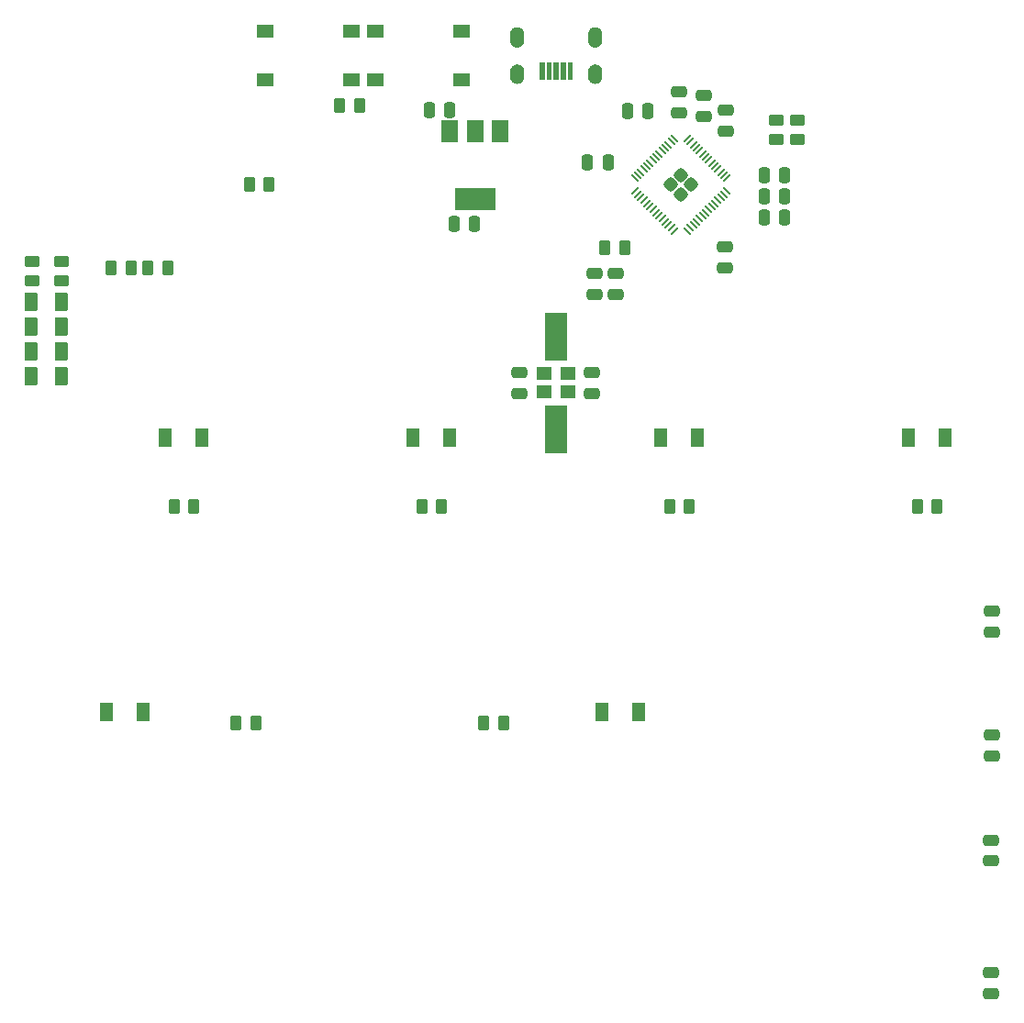
<source format=gbr>
%TF.GenerationSoftware,KiCad,Pcbnew,6.0.10+dfsg-2*%
%TF.CreationDate,2023-01-21T20:21:13+08:00*%
%TF.ProjectId,RKD,524b442e-6b69-4636-9164-5f7063625858,57*%
%TF.SameCoordinates,Original*%
%TF.FileFunction,Paste,Top*%
%TF.FilePolarity,Positive*%
%FSLAX46Y46*%
G04 Gerber Fmt 4.6, Leading zero omitted, Abs format (unit mm)*
G04 Created by KiCad (PCBNEW 6.0.10+dfsg-2) date 2023-01-21 20:21:13*
%MOMM*%
%LPD*%
G01*
G04 APERTURE LIST*
G04 Aperture macros list*
%AMRoundRect*
0 Rectangle with rounded corners*
0 $1 Rounding radius*
0 $2 $3 $4 $5 $6 $7 $8 $9 X,Y pos of 4 corners*
0 Add a 4 corners polygon primitive as box body*
4,1,4,$2,$3,$4,$5,$6,$7,$8,$9,$2,$3,0*
0 Add four circle primitives for the rounded corners*
1,1,$1+$1,$2,$3*
1,1,$1+$1,$4,$5*
1,1,$1+$1,$6,$7*
1,1,$1+$1,$8,$9*
0 Add four rect primitives between the rounded corners*
20,1,$1+$1,$2,$3,$4,$5,0*
20,1,$1+$1,$4,$5,$6,$7,0*
20,1,$1+$1,$6,$7,$8,$9,0*
20,1,$1+$1,$8,$9,$2,$3,0*%
G04 Aperture macros list end*
%ADD10C,0.120000*%
%ADD11R,1.200000X1.800000*%
%ADD12RoundRect,0.250000X0.250000X0.475000X-0.250000X0.475000X-0.250000X-0.475000X0.250000X-0.475000X0*%
%ADD13RoundRect,0.250000X-0.262500X-0.450000X0.262500X-0.450000X0.262500X0.450000X-0.262500X0.450000X0*%
%ADD14RoundRect,0.250000X-0.475000X0.250000X-0.475000X-0.250000X0.475000X-0.250000X0.475000X0.250000X0*%
%ADD15R,1.550000X1.300000*%
%ADD16RoundRect,0.250000X-0.450000X0.262500X-0.450000X-0.262500X0.450000X-0.262500X0.450000X0.262500X0*%
%ADD17RoundRect,0.250000X0.450000X-0.262500X0.450000X0.262500X-0.450000X0.262500X-0.450000X-0.262500X0*%
%ADD18RoundRect,0.250000X0.475000X-0.250000X0.475000X0.250000X-0.475000X0.250000X-0.475000X-0.250000X0*%
%ADD19R,0.400000X1.500000*%
%ADD20R,1.500000X2.000000*%
%ADD21R,3.800000X2.000000*%
%ADD22RoundRect,0.250000X-0.250000X-0.475000X0.250000X-0.475000X0.250000X0.475000X-0.250000X0.475000X0*%
%ADD23RoundRect,0.250000X0.375000X0.625000X-0.375000X0.625000X-0.375000X-0.625000X0.375000X-0.625000X0*%
%ADD24R,1.400000X1.200000*%
%ADD25R,2.000000X4.500000*%
%ADD26RoundRect,0.250000X0.262500X0.450000X-0.262500X0.450000X-0.262500X-0.450000X0.262500X-0.450000X0*%
%ADD27RoundRect,0.250000X-0.413257X0.000000X0.000000X-0.413257X0.413257X0.000000X0.000000X0.413257X0*%
%ADD28RoundRect,0.050000X-0.309359X0.238649X0.238649X-0.309359X0.309359X-0.238649X-0.238649X0.309359X0*%
%ADD29RoundRect,0.050000X-0.309359X-0.238649X-0.238649X-0.309359X0.309359X0.238649X0.238649X0.309359X0*%
G04 APERTURE END LIST*
%TO.C,J1*%
G36*
X53645000Y88509126D02*
G01*
X53675000Y88506126D01*
X53704000Y88502126D01*
X53734000Y88496126D01*
X53763000Y88489126D01*
X53791000Y88480126D01*
X53819000Y88470126D01*
X53847000Y88458126D01*
X53874000Y88445126D01*
X53900000Y88431126D01*
X53926000Y88415126D01*
X53950000Y88398126D01*
X53974000Y88380126D01*
X53997000Y88361126D01*
X54019000Y88341126D01*
X54040000Y88319126D01*
X54060000Y88297126D01*
X54096000Y88249126D01*
X54112000Y88224126D01*
X54127000Y88198126D01*
X54141000Y88171126D01*
X54153000Y88144126D01*
X54164000Y88116126D01*
X54173000Y88088126D01*
X54182000Y88059126D01*
X54188000Y88030126D01*
X54193000Y88001126D01*
X54197000Y87971126D01*
X54199000Y87941126D01*
X54200000Y87911126D01*
X54200000Y87411126D01*
X54199000Y87381126D01*
X54197000Y87351126D01*
X54193000Y87322126D01*
X54188000Y87292126D01*
X54182000Y87263126D01*
X54173000Y87234126D01*
X54164000Y87206126D01*
X54153000Y87178126D01*
X54141000Y87151126D01*
X54127000Y87124126D01*
X54112000Y87098126D01*
X54096000Y87073126D01*
X54060000Y87025126D01*
X54040000Y87003126D01*
X54019000Y86982126D01*
X53997000Y86961126D01*
X53974000Y86942126D01*
X53950000Y86924126D01*
X53926000Y86907126D01*
X53900000Y86891126D01*
X53874000Y86877126D01*
X53847000Y86864126D01*
X53791000Y86842126D01*
X53763000Y86834126D01*
X53734000Y86826126D01*
X53704000Y86820126D01*
X53675000Y86816126D01*
X53645000Y86813126D01*
X53615000Y86811126D01*
X53585000Y86811126D01*
X53555000Y86813126D01*
X53525000Y86816126D01*
X53496000Y86820126D01*
X53467000Y86826126D01*
X53409000Y86842126D01*
X53353000Y86864126D01*
X53326000Y86877126D01*
X53300000Y86891126D01*
X53275000Y86907126D01*
X53250000Y86924126D01*
X53226000Y86942126D01*
X53203000Y86961126D01*
X53181000Y86982126D01*
X53160000Y87003126D01*
X53140000Y87025126D01*
X53104000Y87073126D01*
X53088000Y87098126D01*
X53073000Y87124126D01*
X53059000Y87151126D01*
X53047000Y87178126D01*
X53036000Y87206126D01*
X53027000Y87234126D01*
X53019000Y87263126D01*
X53012000Y87292126D01*
X53007000Y87322126D01*
X53003000Y87351126D01*
X53001000Y87381126D01*
X53000000Y87411126D01*
X53000000Y87911126D01*
X53001000Y87941126D01*
X53003000Y87971126D01*
X53007000Y88001126D01*
X53012000Y88030126D01*
X53019000Y88059126D01*
X53027000Y88088126D01*
X53036000Y88116126D01*
X53047000Y88144126D01*
X53059000Y88171126D01*
X53073000Y88198126D01*
X53088000Y88224126D01*
X53104000Y88249126D01*
X53140000Y88297126D01*
X53160000Y88319126D01*
X53181000Y88341126D01*
X53203000Y88361126D01*
X53226000Y88380126D01*
X53250000Y88398126D01*
X53275000Y88415126D01*
X53300000Y88431126D01*
X53326000Y88445126D01*
X53353000Y88458126D01*
X53381000Y88470126D01*
X53409000Y88480126D01*
X53438000Y88489126D01*
X53467000Y88496126D01*
X53496000Y88502126D01*
X53525000Y88506126D01*
X53555000Y88509126D01*
X53585000Y88511126D01*
X53615000Y88511126D01*
X53645000Y88509126D01*
G37*
D10*
X53645000Y88509126D02*
X53675000Y88506126D01*
X53704000Y88502126D01*
X53734000Y88496126D01*
X53763000Y88489126D01*
X53791000Y88480126D01*
X53819000Y88470126D01*
X53847000Y88458126D01*
X53874000Y88445126D01*
X53900000Y88431126D01*
X53926000Y88415126D01*
X53950000Y88398126D01*
X53974000Y88380126D01*
X53997000Y88361126D01*
X54019000Y88341126D01*
X54040000Y88319126D01*
X54060000Y88297126D01*
X54096000Y88249126D01*
X54112000Y88224126D01*
X54127000Y88198126D01*
X54141000Y88171126D01*
X54153000Y88144126D01*
X54164000Y88116126D01*
X54173000Y88088126D01*
X54182000Y88059126D01*
X54188000Y88030126D01*
X54193000Y88001126D01*
X54197000Y87971126D01*
X54199000Y87941126D01*
X54200000Y87911126D01*
X54200000Y87411126D01*
X54199000Y87381126D01*
X54197000Y87351126D01*
X54193000Y87322126D01*
X54188000Y87292126D01*
X54182000Y87263126D01*
X54173000Y87234126D01*
X54164000Y87206126D01*
X54153000Y87178126D01*
X54141000Y87151126D01*
X54127000Y87124126D01*
X54112000Y87098126D01*
X54096000Y87073126D01*
X54060000Y87025126D01*
X54040000Y87003126D01*
X54019000Y86982126D01*
X53997000Y86961126D01*
X53974000Y86942126D01*
X53950000Y86924126D01*
X53926000Y86907126D01*
X53900000Y86891126D01*
X53874000Y86877126D01*
X53847000Y86864126D01*
X53791000Y86842126D01*
X53763000Y86834126D01*
X53734000Y86826126D01*
X53704000Y86820126D01*
X53675000Y86816126D01*
X53645000Y86813126D01*
X53615000Y86811126D01*
X53585000Y86811126D01*
X53555000Y86813126D01*
X53525000Y86816126D01*
X53496000Y86820126D01*
X53467000Y86826126D01*
X53409000Y86842126D01*
X53353000Y86864126D01*
X53326000Y86877126D01*
X53300000Y86891126D01*
X53275000Y86907126D01*
X53250000Y86924126D01*
X53226000Y86942126D01*
X53203000Y86961126D01*
X53181000Y86982126D01*
X53160000Y87003126D01*
X53140000Y87025126D01*
X53104000Y87073126D01*
X53088000Y87098126D01*
X53073000Y87124126D01*
X53059000Y87151126D01*
X53047000Y87178126D01*
X53036000Y87206126D01*
X53027000Y87234126D01*
X53019000Y87263126D01*
X53012000Y87292126D01*
X53007000Y87322126D01*
X53003000Y87351126D01*
X53001000Y87381126D01*
X53000000Y87411126D01*
X53000000Y87911126D01*
X53001000Y87941126D01*
X53003000Y87971126D01*
X53007000Y88001126D01*
X53012000Y88030126D01*
X53019000Y88059126D01*
X53027000Y88088126D01*
X53036000Y88116126D01*
X53047000Y88144126D01*
X53059000Y88171126D01*
X53073000Y88198126D01*
X53088000Y88224126D01*
X53104000Y88249126D01*
X53140000Y88297126D01*
X53160000Y88319126D01*
X53181000Y88341126D01*
X53203000Y88361126D01*
X53226000Y88380126D01*
X53250000Y88398126D01*
X53275000Y88415126D01*
X53300000Y88431126D01*
X53326000Y88445126D01*
X53353000Y88458126D01*
X53381000Y88470126D01*
X53409000Y88480126D01*
X53438000Y88489126D01*
X53467000Y88496126D01*
X53496000Y88502126D01*
X53525000Y88506126D01*
X53555000Y88509126D01*
X53585000Y88511126D01*
X53615000Y88511126D01*
X53645000Y88509126D01*
G36*
X46445000Y88509126D02*
G01*
X46475000Y88506126D01*
X46504000Y88502126D01*
X46533000Y88496126D01*
X46562000Y88489126D01*
X46591000Y88480126D01*
X46619000Y88470126D01*
X46647000Y88458126D01*
X46674000Y88445126D01*
X46700000Y88431126D01*
X46725000Y88415126D01*
X46750000Y88398126D01*
X46774000Y88380126D01*
X46797000Y88361126D01*
X46819000Y88341126D01*
X46840000Y88319126D01*
X46860000Y88297126D01*
X46896000Y88249126D01*
X46912000Y88224126D01*
X46927000Y88198126D01*
X46941000Y88171126D01*
X46953000Y88144126D01*
X46964000Y88116126D01*
X46973000Y88088126D01*
X46981000Y88059126D01*
X46988000Y88030126D01*
X46993000Y88001126D01*
X46997000Y87971126D01*
X46999000Y87941126D01*
X47000000Y87911126D01*
X47000000Y87411126D01*
X46999000Y87381126D01*
X46997000Y87351126D01*
X46993000Y87322126D01*
X46988000Y87292126D01*
X46981000Y87263126D01*
X46973000Y87234126D01*
X46964000Y87206126D01*
X46953000Y87178126D01*
X46941000Y87151126D01*
X46927000Y87124126D01*
X46912000Y87098126D01*
X46896000Y87073126D01*
X46860000Y87025126D01*
X46840000Y87003126D01*
X46819000Y86982126D01*
X46797000Y86961126D01*
X46774000Y86942126D01*
X46750000Y86924126D01*
X46725000Y86907126D01*
X46700000Y86891126D01*
X46674000Y86877126D01*
X46647000Y86864126D01*
X46591000Y86842126D01*
X46533000Y86826126D01*
X46504000Y86820126D01*
X46475000Y86816126D01*
X46445000Y86813126D01*
X46415000Y86811126D01*
X46385000Y86811126D01*
X46355000Y86813126D01*
X46325000Y86816126D01*
X46296000Y86820126D01*
X46266000Y86826126D01*
X46237000Y86834126D01*
X46209000Y86842126D01*
X46153000Y86864126D01*
X46126000Y86877126D01*
X46100000Y86891126D01*
X46074000Y86907126D01*
X46050000Y86924126D01*
X46026000Y86942126D01*
X46003000Y86961126D01*
X45981000Y86982126D01*
X45960000Y87003126D01*
X45940000Y87025126D01*
X45904000Y87073126D01*
X45888000Y87098126D01*
X45873000Y87124126D01*
X45859000Y87151126D01*
X45847000Y87178126D01*
X45836000Y87206126D01*
X45827000Y87234126D01*
X45818000Y87263126D01*
X45812000Y87292126D01*
X45807000Y87322126D01*
X45803000Y87351126D01*
X45801000Y87381126D01*
X45800000Y87411126D01*
X45800000Y87911126D01*
X45801000Y87941126D01*
X45803000Y87971126D01*
X45807000Y88001126D01*
X45812000Y88030126D01*
X45818000Y88059126D01*
X45827000Y88088126D01*
X45836000Y88116126D01*
X45847000Y88144126D01*
X45859000Y88171126D01*
X45873000Y88198126D01*
X45888000Y88224126D01*
X45904000Y88249126D01*
X45940000Y88297126D01*
X45960000Y88319126D01*
X45981000Y88341126D01*
X46003000Y88361126D01*
X46026000Y88380126D01*
X46050000Y88398126D01*
X46074000Y88415126D01*
X46100000Y88431126D01*
X46126000Y88445126D01*
X46153000Y88458126D01*
X46181000Y88470126D01*
X46209000Y88480126D01*
X46237000Y88489126D01*
X46266000Y88496126D01*
X46296000Y88502126D01*
X46325000Y88506126D01*
X46355000Y88509126D01*
X46385000Y88511126D01*
X46415000Y88511126D01*
X46445000Y88509126D01*
G37*
X46445000Y88509126D02*
X46475000Y88506126D01*
X46504000Y88502126D01*
X46533000Y88496126D01*
X46562000Y88489126D01*
X46591000Y88480126D01*
X46619000Y88470126D01*
X46647000Y88458126D01*
X46674000Y88445126D01*
X46700000Y88431126D01*
X46725000Y88415126D01*
X46750000Y88398126D01*
X46774000Y88380126D01*
X46797000Y88361126D01*
X46819000Y88341126D01*
X46840000Y88319126D01*
X46860000Y88297126D01*
X46896000Y88249126D01*
X46912000Y88224126D01*
X46927000Y88198126D01*
X46941000Y88171126D01*
X46953000Y88144126D01*
X46964000Y88116126D01*
X46973000Y88088126D01*
X46981000Y88059126D01*
X46988000Y88030126D01*
X46993000Y88001126D01*
X46997000Y87971126D01*
X46999000Y87941126D01*
X47000000Y87911126D01*
X47000000Y87411126D01*
X46999000Y87381126D01*
X46997000Y87351126D01*
X46993000Y87322126D01*
X46988000Y87292126D01*
X46981000Y87263126D01*
X46973000Y87234126D01*
X46964000Y87206126D01*
X46953000Y87178126D01*
X46941000Y87151126D01*
X46927000Y87124126D01*
X46912000Y87098126D01*
X46896000Y87073126D01*
X46860000Y87025126D01*
X46840000Y87003126D01*
X46819000Y86982126D01*
X46797000Y86961126D01*
X46774000Y86942126D01*
X46750000Y86924126D01*
X46725000Y86907126D01*
X46700000Y86891126D01*
X46674000Y86877126D01*
X46647000Y86864126D01*
X46591000Y86842126D01*
X46533000Y86826126D01*
X46504000Y86820126D01*
X46475000Y86816126D01*
X46445000Y86813126D01*
X46415000Y86811126D01*
X46385000Y86811126D01*
X46355000Y86813126D01*
X46325000Y86816126D01*
X46296000Y86820126D01*
X46266000Y86826126D01*
X46237000Y86834126D01*
X46209000Y86842126D01*
X46153000Y86864126D01*
X46126000Y86877126D01*
X46100000Y86891126D01*
X46074000Y86907126D01*
X46050000Y86924126D01*
X46026000Y86942126D01*
X46003000Y86961126D01*
X45981000Y86982126D01*
X45960000Y87003126D01*
X45940000Y87025126D01*
X45904000Y87073126D01*
X45888000Y87098126D01*
X45873000Y87124126D01*
X45859000Y87151126D01*
X45847000Y87178126D01*
X45836000Y87206126D01*
X45827000Y87234126D01*
X45818000Y87263126D01*
X45812000Y87292126D01*
X45807000Y87322126D01*
X45803000Y87351126D01*
X45801000Y87381126D01*
X45800000Y87411126D01*
X45800000Y87911126D01*
X45801000Y87941126D01*
X45803000Y87971126D01*
X45807000Y88001126D01*
X45812000Y88030126D01*
X45818000Y88059126D01*
X45827000Y88088126D01*
X45836000Y88116126D01*
X45847000Y88144126D01*
X45859000Y88171126D01*
X45873000Y88198126D01*
X45888000Y88224126D01*
X45904000Y88249126D01*
X45940000Y88297126D01*
X45960000Y88319126D01*
X45981000Y88341126D01*
X46003000Y88361126D01*
X46026000Y88380126D01*
X46050000Y88398126D01*
X46074000Y88415126D01*
X46100000Y88431126D01*
X46126000Y88445126D01*
X46153000Y88458126D01*
X46181000Y88470126D01*
X46209000Y88480126D01*
X46237000Y88489126D01*
X46266000Y88496126D01*
X46296000Y88502126D01*
X46325000Y88506126D01*
X46355000Y88509126D01*
X46385000Y88511126D01*
X46415000Y88511126D01*
X46445000Y88509126D01*
G36*
X48900000Y87211126D02*
G01*
X48500000Y87211126D01*
X48500000Y88711126D01*
X48900000Y88711126D01*
X48900000Y87211126D01*
G37*
X48900000Y87211126D02*
X48500000Y87211126D01*
X48500000Y88711126D01*
X48900000Y88711126D01*
X48900000Y87211126D01*
G36*
X50850000Y87211126D02*
G01*
X50450000Y87211126D01*
X50450000Y88711126D01*
X50850000Y88711126D01*
X50850000Y87211126D01*
G37*
X50850000Y87211126D02*
X50450000Y87211126D01*
X50450000Y88711126D01*
X50850000Y88711126D01*
X50850000Y87211126D01*
G36*
X49550000Y87211126D02*
G01*
X49150000Y87211126D01*
X49150000Y88711126D01*
X49550000Y88711126D01*
X49550000Y87211126D01*
G37*
X49550000Y87211126D02*
X49150000Y87211126D01*
X49150000Y88711126D01*
X49550000Y88711126D01*
X49550000Y87211126D01*
G36*
X51500000Y87211126D02*
G01*
X51100000Y87211126D01*
X51100000Y88711126D01*
X51500000Y88711126D01*
X51500000Y87211126D01*
G37*
X51500000Y87211126D02*
X51100000Y87211126D01*
X51100000Y88711126D01*
X51500000Y88711126D01*
X51500000Y87211126D01*
G36*
X50200000Y87211126D02*
G01*
X49800000Y87211126D01*
X49800000Y88711126D01*
X50200000Y88711126D01*
X50200000Y87211126D01*
G37*
X50200000Y87211126D02*
X49800000Y87211126D01*
X49800000Y88711126D01*
X50200000Y88711126D01*
X50200000Y87211126D01*
G36*
X46445000Y91959126D02*
G01*
X46475000Y91956126D01*
X46504000Y91952126D01*
X46533000Y91946126D01*
X46591000Y91930126D01*
X46647000Y91908126D01*
X46674000Y91895126D01*
X46700000Y91881126D01*
X46725000Y91865126D01*
X46750000Y91848126D01*
X46774000Y91830126D01*
X46797000Y91811126D01*
X46819000Y91790126D01*
X46840000Y91769126D01*
X46860000Y91747126D01*
X46896000Y91699126D01*
X46912000Y91674126D01*
X46927000Y91648126D01*
X46941000Y91621126D01*
X46953000Y91594126D01*
X46964000Y91566126D01*
X46973000Y91538126D01*
X46981000Y91509126D01*
X46988000Y91480126D01*
X46993000Y91450126D01*
X46997000Y91421126D01*
X46999000Y91391126D01*
X47000000Y91361126D01*
X47000000Y90761126D01*
X46999000Y90731126D01*
X46997000Y90701126D01*
X46993000Y90671126D01*
X46988000Y90642126D01*
X46981000Y90613126D01*
X46973000Y90584126D01*
X46964000Y90556126D01*
X46953000Y90528126D01*
X46941000Y90501126D01*
X46927000Y90474126D01*
X46912000Y90448126D01*
X46896000Y90423126D01*
X46860000Y90375126D01*
X46840000Y90353126D01*
X46819000Y90331126D01*
X46797000Y90311126D01*
X46774000Y90292126D01*
X46750000Y90274126D01*
X46725000Y90257126D01*
X46700000Y90241126D01*
X46674000Y90227126D01*
X46647000Y90214126D01*
X46619000Y90202126D01*
X46591000Y90192126D01*
X46562000Y90183126D01*
X46533000Y90176126D01*
X46504000Y90170126D01*
X46475000Y90166126D01*
X46445000Y90163126D01*
X46415000Y90161126D01*
X46385000Y90161126D01*
X46355000Y90163126D01*
X46325000Y90166126D01*
X46296000Y90170126D01*
X46266000Y90176126D01*
X46237000Y90183126D01*
X46209000Y90192126D01*
X46181000Y90202126D01*
X46153000Y90214126D01*
X46126000Y90227126D01*
X46100000Y90241126D01*
X46074000Y90257126D01*
X46050000Y90274126D01*
X46026000Y90292126D01*
X46003000Y90311126D01*
X45981000Y90331126D01*
X45960000Y90353126D01*
X45940000Y90375126D01*
X45904000Y90423126D01*
X45888000Y90448126D01*
X45873000Y90474126D01*
X45859000Y90501126D01*
X45847000Y90528126D01*
X45836000Y90556126D01*
X45827000Y90584126D01*
X45818000Y90613126D01*
X45812000Y90642126D01*
X45807000Y90671126D01*
X45803000Y90701126D01*
X45801000Y90731126D01*
X45800000Y90761126D01*
X45800000Y91361126D01*
X45801000Y91391126D01*
X45803000Y91421126D01*
X45807000Y91450126D01*
X45812000Y91480126D01*
X45818000Y91509126D01*
X45827000Y91538126D01*
X45836000Y91566126D01*
X45847000Y91594126D01*
X45859000Y91621126D01*
X45873000Y91648126D01*
X45888000Y91674126D01*
X45904000Y91699126D01*
X45940000Y91747126D01*
X45960000Y91769126D01*
X45981000Y91790126D01*
X46003000Y91811126D01*
X46026000Y91830126D01*
X46050000Y91848126D01*
X46074000Y91865126D01*
X46100000Y91881126D01*
X46126000Y91895126D01*
X46153000Y91908126D01*
X46209000Y91930126D01*
X46237000Y91938126D01*
X46266000Y91946126D01*
X46296000Y91952126D01*
X46325000Y91956126D01*
X46355000Y91959126D01*
X46385000Y91961126D01*
X46415000Y91961126D01*
X46445000Y91959126D01*
G37*
X46445000Y91959126D02*
X46475000Y91956126D01*
X46504000Y91952126D01*
X46533000Y91946126D01*
X46591000Y91930126D01*
X46647000Y91908126D01*
X46674000Y91895126D01*
X46700000Y91881126D01*
X46725000Y91865126D01*
X46750000Y91848126D01*
X46774000Y91830126D01*
X46797000Y91811126D01*
X46819000Y91790126D01*
X46840000Y91769126D01*
X46860000Y91747126D01*
X46896000Y91699126D01*
X46912000Y91674126D01*
X46927000Y91648126D01*
X46941000Y91621126D01*
X46953000Y91594126D01*
X46964000Y91566126D01*
X46973000Y91538126D01*
X46981000Y91509126D01*
X46988000Y91480126D01*
X46993000Y91450126D01*
X46997000Y91421126D01*
X46999000Y91391126D01*
X47000000Y91361126D01*
X47000000Y90761126D01*
X46999000Y90731126D01*
X46997000Y90701126D01*
X46993000Y90671126D01*
X46988000Y90642126D01*
X46981000Y90613126D01*
X46973000Y90584126D01*
X46964000Y90556126D01*
X46953000Y90528126D01*
X46941000Y90501126D01*
X46927000Y90474126D01*
X46912000Y90448126D01*
X46896000Y90423126D01*
X46860000Y90375126D01*
X46840000Y90353126D01*
X46819000Y90331126D01*
X46797000Y90311126D01*
X46774000Y90292126D01*
X46750000Y90274126D01*
X46725000Y90257126D01*
X46700000Y90241126D01*
X46674000Y90227126D01*
X46647000Y90214126D01*
X46619000Y90202126D01*
X46591000Y90192126D01*
X46562000Y90183126D01*
X46533000Y90176126D01*
X46504000Y90170126D01*
X46475000Y90166126D01*
X46445000Y90163126D01*
X46415000Y90161126D01*
X46385000Y90161126D01*
X46355000Y90163126D01*
X46325000Y90166126D01*
X46296000Y90170126D01*
X46266000Y90176126D01*
X46237000Y90183126D01*
X46209000Y90192126D01*
X46181000Y90202126D01*
X46153000Y90214126D01*
X46126000Y90227126D01*
X46100000Y90241126D01*
X46074000Y90257126D01*
X46050000Y90274126D01*
X46026000Y90292126D01*
X46003000Y90311126D01*
X45981000Y90331126D01*
X45960000Y90353126D01*
X45940000Y90375126D01*
X45904000Y90423126D01*
X45888000Y90448126D01*
X45873000Y90474126D01*
X45859000Y90501126D01*
X45847000Y90528126D01*
X45836000Y90556126D01*
X45827000Y90584126D01*
X45818000Y90613126D01*
X45812000Y90642126D01*
X45807000Y90671126D01*
X45803000Y90701126D01*
X45801000Y90731126D01*
X45800000Y90761126D01*
X45800000Y91361126D01*
X45801000Y91391126D01*
X45803000Y91421126D01*
X45807000Y91450126D01*
X45812000Y91480126D01*
X45818000Y91509126D01*
X45827000Y91538126D01*
X45836000Y91566126D01*
X45847000Y91594126D01*
X45859000Y91621126D01*
X45873000Y91648126D01*
X45888000Y91674126D01*
X45904000Y91699126D01*
X45940000Y91747126D01*
X45960000Y91769126D01*
X45981000Y91790126D01*
X46003000Y91811126D01*
X46026000Y91830126D01*
X46050000Y91848126D01*
X46074000Y91865126D01*
X46100000Y91881126D01*
X46126000Y91895126D01*
X46153000Y91908126D01*
X46209000Y91930126D01*
X46237000Y91938126D01*
X46266000Y91946126D01*
X46296000Y91952126D01*
X46325000Y91956126D01*
X46355000Y91959126D01*
X46385000Y91961126D01*
X46415000Y91961126D01*
X46445000Y91959126D01*
G36*
X53645000Y91959126D02*
G01*
X53675000Y91956126D01*
X53704000Y91952126D01*
X53734000Y91946126D01*
X53763000Y91938126D01*
X53791000Y91930126D01*
X53847000Y91908126D01*
X53874000Y91895126D01*
X53900000Y91881126D01*
X53926000Y91865126D01*
X53950000Y91848126D01*
X53974000Y91830126D01*
X53997000Y91811126D01*
X54019000Y91790126D01*
X54040000Y91769126D01*
X54060000Y91747126D01*
X54096000Y91699126D01*
X54112000Y91674126D01*
X54127000Y91648126D01*
X54141000Y91621126D01*
X54153000Y91594126D01*
X54164000Y91566126D01*
X54173000Y91538126D01*
X54182000Y91509126D01*
X54188000Y91480126D01*
X54193000Y91450126D01*
X54197000Y91421126D01*
X54199000Y91391126D01*
X54200000Y91361126D01*
X54200000Y90761126D01*
X54199000Y90731126D01*
X54197000Y90701126D01*
X54193000Y90671126D01*
X54188000Y90642126D01*
X54182000Y90613126D01*
X54173000Y90584126D01*
X54164000Y90556126D01*
X54153000Y90528126D01*
X54141000Y90501126D01*
X54127000Y90474126D01*
X54112000Y90448126D01*
X54096000Y90423126D01*
X54060000Y90375126D01*
X54040000Y90353126D01*
X54019000Y90331126D01*
X53997000Y90311126D01*
X53974000Y90292126D01*
X53950000Y90274126D01*
X53926000Y90257126D01*
X53900000Y90241126D01*
X53874000Y90227126D01*
X53847000Y90214126D01*
X53819000Y90202126D01*
X53791000Y90192126D01*
X53763000Y90183126D01*
X53734000Y90176126D01*
X53704000Y90170126D01*
X53675000Y90166126D01*
X53645000Y90163126D01*
X53615000Y90161126D01*
X53585000Y90161126D01*
X53555000Y90163126D01*
X53525000Y90166126D01*
X53496000Y90170126D01*
X53467000Y90176126D01*
X53438000Y90183126D01*
X53409000Y90192126D01*
X53381000Y90202126D01*
X53353000Y90214126D01*
X53326000Y90227126D01*
X53300000Y90241126D01*
X53275000Y90257126D01*
X53250000Y90274126D01*
X53226000Y90292126D01*
X53203000Y90311126D01*
X53181000Y90331126D01*
X53160000Y90353126D01*
X53140000Y90375126D01*
X53104000Y90423126D01*
X53088000Y90448126D01*
X53073000Y90474126D01*
X53059000Y90501126D01*
X53047000Y90528126D01*
X53036000Y90556126D01*
X53027000Y90584126D01*
X53019000Y90613126D01*
X53012000Y90642126D01*
X53007000Y90671126D01*
X53003000Y90701126D01*
X53001000Y90731126D01*
X53000000Y90761126D01*
X53000000Y91361126D01*
X53001000Y91391126D01*
X53003000Y91421126D01*
X53007000Y91450126D01*
X53012000Y91480126D01*
X53019000Y91509126D01*
X53027000Y91538126D01*
X53036000Y91566126D01*
X53047000Y91594126D01*
X53059000Y91621126D01*
X53073000Y91648126D01*
X53088000Y91674126D01*
X53104000Y91699126D01*
X53140000Y91747126D01*
X53160000Y91769126D01*
X53181000Y91790126D01*
X53203000Y91811126D01*
X53226000Y91830126D01*
X53250000Y91848126D01*
X53275000Y91865126D01*
X53300000Y91881126D01*
X53326000Y91895126D01*
X53353000Y91908126D01*
X53409000Y91930126D01*
X53467000Y91946126D01*
X53496000Y91952126D01*
X53525000Y91956126D01*
X53555000Y91959126D01*
X53585000Y91961126D01*
X53615000Y91961126D01*
X53645000Y91959126D01*
G37*
X53645000Y91959126D02*
X53675000Y91956126D01*
X53704000Y91952126D01*
X53734000Y91946126D01*
X53763000Y91938126D01*
X53791000Y91930126D01*
X53847000Y91908126D01*
X53874000Y91895126D01*
X53900000Y91881126D01*
X53926000Y91865126D01*
X53950000Y91848126D01*
X53974000Y91830126D01*
X53997000Y91811126D01*
X54019000Y91790126D01*
X54040000Y91769126D01*
X54060000Y91747126D01*
X54096000Y91699126D01*
X54112000Y91674126D01*
X54127000Y91648126D01*
X54141000Y91621126D01*
X54153000Y91594126D01*
X54164000Y91566126D01*
X54173000Y91538126D01*
X54182000Y91509126D01*
X54188000Y91480126D01*
X54193000Y91450126D01*
X54197000Y91421126D01*
X54199000Y91391126D01*
X54200000Y91361126D01*
X54200000Y90761126D01*
X54199000Y90731126D01*
X54197000Y90701126D01*
X54193000Y90671126D01*
X54188000Y90642126D01*
X54182000Y90613126D01*
X54173000Y90584126D01*
X54164000Y90556126D01*
X54153000Y90528126D01*
X54141000Y90501126D01*
X54127000Y90474126D01*
X54112000Y90448126D01*
X54096000Y90423126D01*
X54060000Y90375126D01*
X54040000Y90353126D01*
X54019000Y90331126D01*
X53997000Y90311126D01*
X53974000Y90292126D01*
X53950000Y90274126D01*
X53926000Y90257126D01*
X53900000Y90241126D01*
X53874000Y90227126D01*
X53847000Y90214126D01*
X53819000Y90202126D01*
X53791000Y90192126D01*
X53763000Y90183126D01*
X53734000Y90176126D01*
X53704000Y90170126D01*
X53675000Y90166126D01*
X53645000Y90163126D01*
X53615000Y90161126D01*
X53585000Y90161126D01*
X53555000Y90163126D01*
X53525000Y90166126D01*
X53496000Y90170126D01*
X53467000Y90176126D01*
X53438000Y90183126D01*
X53409000Y90192126D01*
X53381000Y90202126D01*
X53353000Y90214126D01*
X53326000Y90227126D01*
X53300000Y90241126D01*
X53275000Y90257126D01*
X53250000Y90274126D01*
X53226000Y90292126D01*
X53203000Y90311126D01*
X53181000Y90331126D01*
X53160000Y90353126D01*
X53140000Y90375126D01*
X53104000Y90423126D01*
X53088000Y90448126D01*
X53073000Y90474126D01*
X53059000Y90501126D01*
X53047000Y90528126D01*
X53036000Y90556126D01*
X53027000Y90584126D01*
X53019000Y90613126D01*
X53012000Y90642126D01*
X53007000Y90671126D01*
X53003000Y90701126D01*
X53001000Y90731126D01*
X53000000Y90761126D01*
X53000000Y91361126D01*
X53001000Y91391126D01*
X53003000Y91421126D01*
X53007000Y91450126D01*
X53012000Y91480126D01*
X53019000Y91509126D01*
X53027000Y91538126D01*
X53036000Y91566126D01*
X53047000Y91594126D01*
X53059000Y91621126D01*
X53073000Y91648126D01*
X53088000Y91674126D01*
X53104000Y91699126D01*
X53140000Y91747126D01*
X53160000Y91769126D01*
X53181000Y91790126D01*
X53203000Y91811126D01*
X53226000Y91830126D01*
X53250000Y91848126D01*
X53275000Y91865126D01*
X53300000Y91881126D01*
X53326000Y91895126D01*
X53353000Y91908126D01*
X53409000Y91930126D01*
X53467000Y91946126D01*
X53496000Y91952126D01*
X53525000Y91956126D01*
X53555000Y91959126D01*
X53585000Y91961126D01*
X53615000Y91961126D01*
X53645000Y91959126D01*
%TD*%
D11*
%TO.C,K2*%
X36833000Y54055126D03*
X40207000Y54055126D03*
%TD*%
%TO.C,K6*%
X11902126Y28785126D03*
X8528126Y28785126D03*
%TD*%
%TO.C,K5*%
X57622126Y28785126D03*
X54248126Y28785126D03*
%TD*%
%TO.C,K4*%
X82553000Y54055126D03*
X85927000Y54055126D03*
%TD*%
%TO.C,K3*%
X59693000Y54055126D03*
X63067000Y54055126D03*
%TD*%
%TO.C,K1*%
X13973000Y54055126D03*
X17347000Y54055126D03*
%TD*%
D12*
%TO.C,C1*%
X71150600Y78336126D03*
X69250600Y78336126D03*
%TD*%
D13*
%TO.C,R3*%
X54530700Y71579726D03*
X56355700Y71579726D03*
%TD*%
D12*
%TO.C,C12*%
X58501400Y84203526D03*
X56601400Y84203526D03*
%TD*%
D14*
%TO.C,C8*%
X61336000Y85991726D03*
X61336000Y84091726D03*
%TD*%
D13*
%TO.C,R13*%
X8988500Y69776326D03*
X10813500Y69776326D03*
%TD*%
D15*
%TO.C,SW3*%
X31115000Y91611126D03*
X23165000Y91611126D03*
X23165000Y87111126D03*
X31115000Y87111126D03*
%TD*%
D16*
%TO.C,R1*%
X70353000Y83388826D03*
X70353000Y81563826D03*
%TD*%
D14*
%TO.C,C10*%
X65577800Y71666126D03*
X65577800Y69766126D03*
%TD*%
D17*
%TO.C,R16*%
X1671400Y68533626D03*
X1671400Y70358626D03*
%TD*%
D14*
%TO.C,C4*%
X46654800Y60058326D03*
X46654800Y58158326D03*
%TD*%
%TO.C,C17*%
X90224874Y38075126D03*
X90224874Y36175126D03*
%TD*%
D18*
%TO.C,C9*%
X65704800Y82389926D03*
X65704800Y84289926D03*
%TD*%
D14*
%TO.C,C16*%
X90224874Y26645126D03*
X90224874Y24745126D03*
%TD*%
D19*
%TO.C,J1*%
X48700000Y87961126D03*
X49350000Y87961126D03*
X50000000Y87961126D03*
X50650000Y87961126D03*
X51300000Y87961126D03*
%TD*%
D20*
%TO.C,U4*%
X44840000Y82375126D03*
D21*
X42540000Y76075126D03*
D20*
X42540000Y82375126D03*
X40240000Y82375126D03*
%TD*%
D22*
%TO.C,C15*%
X69250600Y74424526D03*
X71150600Y74424526D03*
%TD*%
D17*
%TO.C,R2*%
X72258000Y81563826D03*
X72258000Y83388826D03*
%TD*%
D13*
%TO.C,R5*%
X14797500Y47705126D03*
X16622500Y47705126D03*
%TD*%
D23*
%TO.C,D4*%
X1604000Y59793126D03*
X4404000Y59793126D03*
%TD*%
D24*
%TO.C,Y2*%
X48900000Y58285126D03*
X51100000Y58285126D03*
X51100000Y59985126D03*
X48900000Y59985126D03*
%TD*%
D23*
%TO.C,D2*%
X1604000Y62079126D03*
X4404000Y62079126D03*
%TD*%
D18*
%TO.C,C3*%
X53335000Y58183726D03*
X53335000Y60083726D03*
%TD*%
D25*
%TO.C,Y1*%
X50000000Y54885126D03*
X50000000Y63385126D03*
%TD*%
D26*
%TO.C,R14*%
X14191700Y69776326D03*
X12366700Y69776326D03*
%TD*%
D13*
%TO.C,R7*%
X60517500Y47705126D03*
X62342500Y47705126D03*
%TD*%
%TO.C,R10*%
X43382626Y27745126D03*
X45207626Y27745126D03*
%TD*%
D23*
%TO.C,D1*%
X1604000Y64365126D03*
X4404000Y64365126D03*
%TD*%
%TO.C,D3*%
X1604000Y66651126D03*
X4404000Y66651126D03*
%TD*%
D15*
%TO.C,SW5*%
X41275000Y91611126D03*
X33325000Y91611126D03*
X33325000Y87111126D03*
X41275000Y87111126D03*
%TD*%
D18*
%TO.C,C14*%
X63622000Y83736126D03*
X63622000Y85636126D03*
%TD*%
%TO.C,C7*%
X55519400Y67327726D03*
X55519400Y69227726D03*
%TD*%
D14*
%TO.C,C19*%
X90199748Y16954252D03*
X90199748Y15054252D03*
%TD*%
D12*
%TO.C,C6*%
X42524800Y73814926D03*
X40624800Y73814926D03*
%TD*%
%TO.C,C5*%
X40238800Y84355926D03*
X38338800Y84355926D03*
%TD*%
D26*
%TO.C,R11*%
X22347626Y27745126D03*
X20522626Y27745126D03*
%TD*%
%TO.C,R18*%
X31870100Y84711526D03*
X30045100Y84711526D03*
%TD*%
D14*
%TO.C,C18*%
X90199748Y4720252D03*
X90199748Y2820252D03*
%TD*%
D27*
%TO.C,U2*%
X61539200Y78323287D03*
X60637639Y77421726D03*
X62440761Y77421726D03*
X61539200Y76520165D03*
D28*
X60946998Y81690883D03*
X60664155Y81408040D03*
X60381313Y81125198D03*
X60098470Y80842355D03*
X59815627Y80559512D03*
X59532785Y80276670D03*
X59249942Y79993827D03*
X58967099Y79710984D03*
X58684256Y79428141D03*
X58401414Y79145299D03*
X58118571Y78862456D03*
X57835728Y78579613D03*
X57552886Y78296771D03*
X57270043Y78013928D03*
D29*
X57270043Y76829524D03*
X57552886Y76546681D03*
X57835728Y76263839D03*
X58118571Y75980996D03*
X58401414Y75698153D03*
X58684256Y75415311D03*
X58967099Y75132468D03*
X59249942Y74849625D03*
X59532785Y74566782D03*
X59815627Y74283940D03*
X60098470Y74001097D03*
X60381313Y73718254D03*
X60664155Y73435412D03*
X60946998Y73152569D03*
D28*
X62131402Y73152569D03*
X62414245Y73435412D03*
X62697087Y73718254D03*
X62979930Y74001097D03*
X63262773Y74283940D03*
X63545615Y74566782D03*
X63828458Y74849625D03*
X64111301Y75132468D03*
X64394144Y75415311D03*
X64676986Y75698153D03*
X64959829Y75980996D03*
X65242672Y76263839D03*
X65525514Y76546681D03*
X65808357Y76829524D03*
D29*
X65808357Y78013928D03*
X65525514Y78296771D03*
X65242672Y78579613D03*
X64959829Y78862456D03*
X64676986Y79145299D03*
X64394144Y79428141D03*
X64111301Y79710984D03*
X63828458Y79993827D03*
X63545615Y80276670D03*
X63262773Y80559512D03*
X62979930Y80842355D03*
X62697087Y81125198D03*
X62414245Y81408040D03*
X62131402Y81690883D03*
%TD*%
D14*
%TO.C,C11*%
X53563600Y69227726D03*
X53563600Y67327726D03*
%TD*%
D13*
%TO.C,R15*%
X21739300Y77497926D03*
X23564300Y77497926D03*
%TD*%
D17*
%TO.C,R17*%
X4363800Y68533626D03*
X4363800Y70358626D03*
%TD*%
D13*
%TO.C,R8*%
X83377500Y47705126D03*
X85202500Y47705126D03*
%TD*%
%TO.C,R6*%
X37657500Y47705126D03*
X39482500Y47705126D03*
%TD*%
D22*
%TO.C,C2*%
X69250600Y76380326D03*
X71150600Y76380326D03*
%TD*%
D12*
%TO.C,C13*%
X54843800Y79529926D03*
X52943800Y79529926D03*
%TD*%
M02*

</source>
